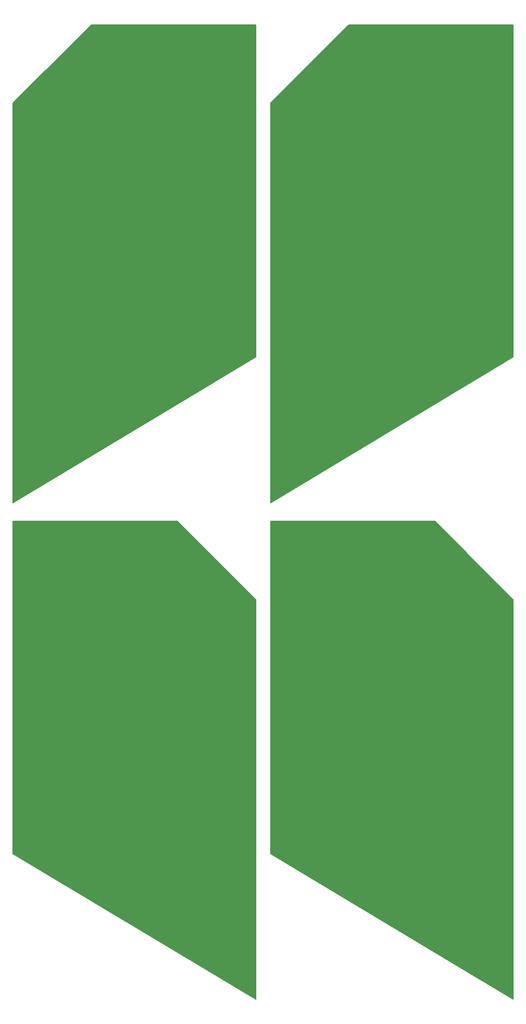
<source format=gts>
G04 #@! TF.GenerationSoftware,KiCad,Pcbnew,5.0.2-bee76a0~70~ubuntu18.04.1*
G04 #@! TF.CreationDate,2019-07-23T02:31:20+09:00*
G04 #@! TF.ProjectId,shieldL,73686965-6c64-44c2-9e6b-696361645f70,rev?*
G04 #@! TF.SameCoordinates,Original*
G04 #@! TF.FileFunction,Soldermask,Top*
G04 #@! TF.FilePolarity,Negative*
%FSLAX46Y46*%
G04 Gerber Fmt 4.6, Leading zero omitted, Abs format (unit mm)*
G04 Created by KiCad (PCBNEW 5.0.2-bee76a0~70~ubuntu18.04.1) date 2019年07月23日 02時31分20秒*
%MOMM*%
%LPD*%
G01*
G04 APERTURE LIST*
%ADD10C,0.150000*%
%ADD11C,0.100000*%
G04 APERTURE END LIST*
D10*
G36*
X97155000Y-20955000D02*
X97155000Y-77470000D01*
X55880000Y-102235000D01*
X55880000Y-34290000D01*
X69215000Y-20955000D01*
X97155000Y-20955000D01*
G37*
X97155000Y-20955000D02*
X97155000Y-77470000D01*
X55880000Y-102235000D01*
X55880000Y-34290000D01*
X69215000Y-20955000D01*
X97155000Y-20955000D01*
G36*
X99695000Y-102235000D02*
X140970000Y-77470000D01*
X140970000Y-20955000D01*
X113030000Y-20955000D01*
X99695000Y-34290000D01*
X99695000Y-102235000D01*
G37*
X99695000Y-102235000D02*
X140970000Y-77470000D01*
X140970000Y-20955000D01*
X113030000Y-20955000D01*
X99695000Y-34290000D01*
X99695000Y-102235000D01*
G36*
X99695000Y-105410000D02*
X99695000Y-161925000D01*
X140970000Y-186690000D01*
X140970000Y-118745000D01*
X127635000Y-105410000D01*
X99695000Y-105410000D01*
G37*
X99695000Y-105410000D02*
X99695000Y-161925000D01*
X140970000Y-186690000D01*
X140970000Y-118745000D01*
X127635000Y-105410000D01*
X99695000Y-105410000D01*
G36*
X55880000Y-105410000D02*
X55880000Y-161925000D01*
X97155000Y-186690000D01*
X97155000Y-118745000D01*
X83820000Y-105410000D01*
X55880000Y-105410000D01*
G37*
X55880000Y-105410000D02*
X55880000Y-161925000D01*
X97155000Y-186690000D01*
X97155000Y-118745000D01*
X83820000Y-105410000D01*
X55880000Y-105410000D01*
D11*
G36*
X137626986Y-176008689D02*
X137952016Y-176143321D01*
X138244541Y-176338780D01*
X138493304Y-176587543D01*
X138688763Y-176880068D01*
X138823395Y-177205098D01*
X138892029Y-177550148D01*
X138892029Y-177901962D01*
X138823395Y-178247012D01*
X138688763Y-178572042D01*
X138493304Y-178864567D01*
X138244541Y-179113330D01*
X137952016Y-179308789D01*
X137626986Y-179443421D01*
X137281936Y-179512055D01*
X136930122Y-179512055D01*
X136585072Y-179443421D01*
X136260042Y-179308789D01*
X135967517Y-179113330D01*
X135718754Y-178864567D01*
X135523295Y-178572042D01*
X135388663Y-178247012D01*
X135320029Y-177901962D01*
X135320029Y-177550148D01*
X135388663Y-177205098D01*
X135523295Y-176880068D01*
X135718754Y-176587543D01*
X135967517Y-176338780D01*
X136260042Y-176143321D01*
X136585072Y-176008689D01*
X136930122Y-175940055D01*
X137281936Y-175940055D01*
X137626986Y-176008689D01*
X137626986Y-176008689D01*
G37*
G36*
X93811986Y-176008689D02*
X94137016Y-176143321D01*
X94429541Y-176338780D01*
X94678304Y-176587543D01*
X94873763Y-176880068D01*
X95008395Y-177205098D01*
X95077029Y-177550148D01*
X95077029Y-177901962D01*
X95008395Y-178247012D01*
X94873763Y-178572042D01*
X94678304Y-178864567D01*
X94429541Y-179113330D01*
X94137016Y-179308789D01*
X93811986Y-179443421D01*
X93466936Y-179512055D01*
X93115122Y-179512055D01*
X92770072Y-179443421D01*
X92445042Y-179308789D01*
X92152517Y-179113330D01*
X91903754Y-178864567D01*
X91708295Y-178572042D01*
X91573663Y-178247012D01*
X91505029Y-177901962D01*
X91505029Y-177550148D01*
X91573663Y-177205098D01*
X91708295Y-176880068D01*
X91903754Y-176587543D01*
X92152517Y-176338780D01*
X92445042Y-176143321D01*
X92770072Y-176008689D01*
X93115122Y-175940055D01*
X93466936Y-175940055D01*
X93811986Y-176008689D01*
X93811986Y-176008689D01*
G37*
G36*
X103971986Y-158228689D02*
X104297016Y-158363321D01*
X104589541Y-158558780D01*
X104838304Y-158807543D01*
X105033763Y-159100068D01*
X105168395Y-159425098D01*
X105237029Y-159770148D01*
X105237029Y-160121962D01*
X105168395Y-160467012D01*
X105033763Y-160792042D01*
X104838304Y-161084567D01*
X104589541Y-161333330D01*
X104297016Y-161528789D01*
X103971986Y-161663421D01*
X103626936Y-161732055D01*
X103275122Y-161732055D01*
X102930072Y-161663421D01*
X102605042Y-161528789D01*
X102312517Y-161333330D01*
X102063754Y-161084567D01*
X101868295Y-160792042D01*
X101733663Y-160467012D01*
X101665029Y-160121962D01*
X101665029Y-159770148D01*
X101733663Y-159425098D01*
X101868295Y-159100068D01*
X102063754Y-158807543D01*
X102312517Y-158558780D01*
X102605042Y-158363321D01*
X102930072Y-158228689D01*
X103275122Y-158160055D01*
X103626936Y-158160055D01*
X103971986Y-158228689D01*
X103971986Y-158228689D01*
G37*
G36*
X60156986Y-158228689D02*
X60482016Y-158363321D01*
X60774541Y-158558780D01*
X61023304Y-158807543D01*
X61218763Y-159100068D01*
X61353395Y-159425098D01*
X61422029Y-159770148D01*
X61422029Y-160121962D01*
X61353395Y-160467012D01*
X61218763Y-160792042D01*
X61023304Y-161084567D01*
X60774541Y-161333330D01*
X60482016Y-161528789D01*
X60156986Y-161663421D01*
X59811936Y-161732055D01*
X59460122Y-161732055D01*
X59115072Y-161663421D01*
X58790042Y-161528789D01*
X58497517Y-161333330D01*
X58248754Y-161084567D01*
X58053295Y-160792042D01*
X57918663Y-160467012D01*
X57850029Y-160121962D01*
X57850029Y-159770148D01*
X57918663Y-159425098D01*
X58053295Y-159100068D01*
X58248754Y-158807543D01*
X58497517Y-158558780D01*
X58790042Y-158363321D01*
X59115072Y-158228689D01*
X59460122Y-158160055D01*
X59811936Y-158160055D01*
X60156986Y-158228689D01*
X60156986Y-158228689D01*
G37*
G36*
X116036986Y-107428689D02*
X116362016Y-107563321D01*
X116654541Y-107758780D01*
X116903304Y-108007543D01*
X117098763Y-108300068D01*
X117233395Y-108625098D01*
X117302029Y-108970148D01*
X117302029Y-109321962D01*
X117233395Y-109667012D01*
X117098763Y-109992042D01*
X116903304Y-110284567D01*
X116654541Y-110533330D01*
X116362016Y-110728789D01*
X116036986Y-110863421D01*
X115691936Y-110932055D01*
X115340122Y-110932055D01*
X114995072Y-110863421D01*
X114670042Y-110728789D01*
X114377517Y-110533330D01*
X114128754Y-110284567D01*
X113933295Y-109992042D01*
X113798663Y-109667012D01*
X113730029Y-109321962D01*
X113730029Y-108970148D01*
X113798663Y-108625098D01*
X113933295Y-108300068D01*
X114128754Y-108007543D01*
X114377517Y-107758780D01*
X114670042Y-107563321D01*
X114995072Y-107428689D01*
X115340122Y-107360055D01*
X115691936Y-107360055D01*
X116036986Y-107428689D01*
X116036986Y-107428689D01*
G37*
G36*
X72221986Y-107428689D02*
X72547016Y-107563321D01*
X72839541Y-107758780D01*
X73088304Y-108007543D01*
X73283763Y-108300068D01*
X73418395Y-108625098D01*
X73487029Y-108970148D01*
X73487029Y-109321962D01*
X73418395Y-109667012D01*
X73283763Y-109992042D01*
X73088304Y-110284567D01*
X72839541Y-110533330D01*
X72547016Y-110728789D01*
X72221986Y-110863421D01*
X71876936Y-110932055D01*
X71525122Y-110932055D01*
X71180072Y-110863421D01*
X70855042Y-110728789D01*
X70562517Y-110533330D01*
X70313754Y-110284567D01*
X70118295Y-109992042D01*
X69983663Y-109667012D01*
X69915029Y-109321962D01*
X69915029Y-108970148D01*
X69983663Y-108625098D01*
X70118295Y-108300068D01*
X70313754Y-108007543D01*
X70562517Y-107758780D01*
X70855042Y-107563321D01*
X71180072Y-107428689D01*
X71525122Y-107360055D01*
X71876936Y-107360055D01*
X72221986Y-107428689D01*
X72221986Y-107428689D01*
G37*
M02*

</source>
